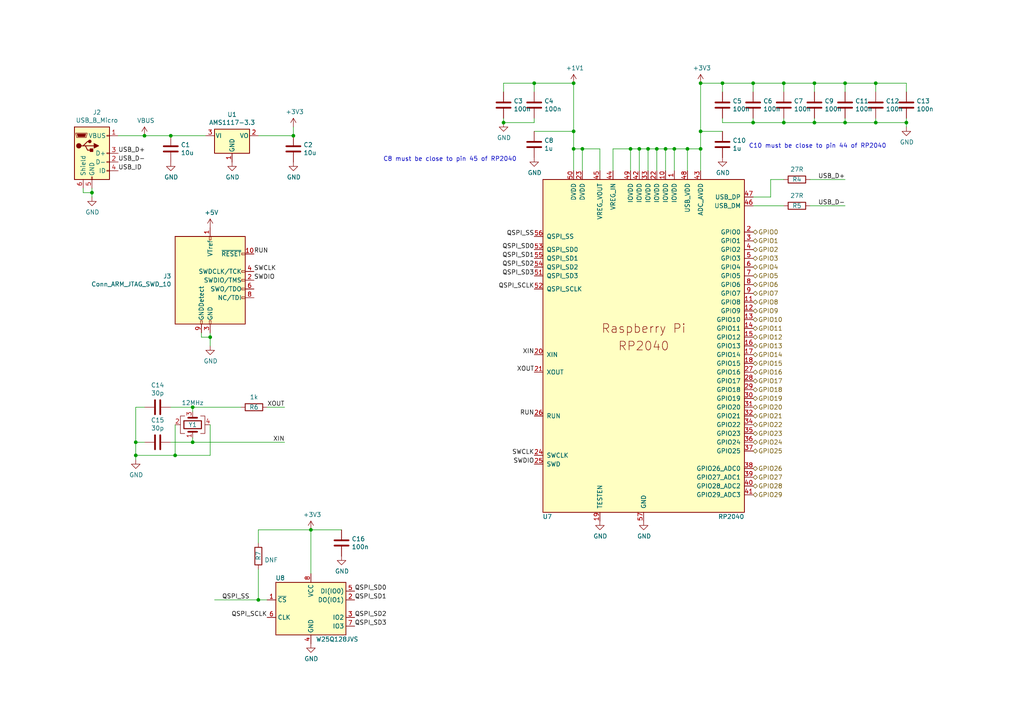
<source format=kicad_sch>
(kicad_sch (version 20211123) (generator eeschema)
  (paper "A4")
  (title_block (title "RP2040 basic circuit") (company "James Churchill"))
  (lib_symbols
    (symbol "Connector:Conn_ARM_JTAG_SWD_10" (pin_names (offset 1.016))
      (property "Reference" "J" (at -2.54 16.51 0))
      (property "Value" "Conn_ARM_JTAG_SWD_10" (at -2.54 13.97 0))
      (symbol "Conn_ARM_JTAG_SWD_10_0_1"
        (rectangle (start -10.16 12.7) (end 10.16 -12.7) (stroke (width 0.254)) (fill (type background)))
        (rectangle (start -2.794 -12.7) (end -2.286 -11.684))
        (rectangle (start -0.254 -12.7) (end 0.254 -11.684))
        (rectangle (start -0.254 12.7) (end 0.254 11.684))
        (rectangle (start 9.144 2.286) (end 10.16 2.794))
        (rectangle (start 10.16 -2.794) (end 9.144 -2.286))
        (rectangle (start 10.16 -0.254) (end 9.144 0.254))
        (rectangle (start 10.16 7.874) (end 9.144 7.366))
      )
      (symbol "Conn_ARM_JTAG_SWD_10_1_1"
        (rectangle (start 9.144 -5.334) (end 10.16 -4.826))
        (pin power_in line (at 0 15.24 270) (length 2.54) (name "VTref") (number "1"))
        (pin open_collector line (at 12.7 7.62 180) (length 2.54) (name "~{RESET}") (number "10"))
        (pin bidirectional line (at 12.7 0 180) (length 2.54) (name "SWDIO/TMS") (number "2"))
        (pin power_in line (at 0 -15.24 90) (length 2.54) (name "GND") (number "3"))
        (pin output line (at 12.7 2.54 180) (length 2.54) (name "SWDCLK/TCK") (number "4"))
        (pin passive line (at 0 -15.24 90) (length 2.54) hide (name "GND") (number "5"))
        (pin input line (at 12.7 -2.54 180) (length 2.54) (name "SWO/TDO") (number "6"))
        (pin no_connect line (at -10.16 0 0) (length 2.54) hide (name "KEY") (number "7"))
        (pin output line (at 12.7 -5.08 180) (length 2.54) (name "NC/TDI") (number "8"))
        (pin passive line (at -2.54 -15.24 90) (length 2.54) (name "GNDDetect") (number "9"))
      )
    )
    (symbol "Connector:USB_B_Micro" (pin_names (offset 1.016))
      (property "Reference" "J" (at -5.08 11.43 0))
      (property "Value" "USB_B_Micro" (at -5.08 8.89 0))
      (symbol "USB_B_Micro_0_1"
        (rectangle (start -5.08 -7.62) (end 5.08 7.62) (stroke (width 0.254)) (fill (type background)))
        (circle (center -3.81 2.159) (radius 0.635) (stroke (width 0.254)) (fill (type outline)))
        (circle (center -0.635 3.429) (radius 0.381) (stroke (width 0.254)) (fill (type outline)))
        (rectangle (start -0.127 -7.62) (end 0.127 -6.858))
        (polyline (pts (xy -1.905 2.159) (xy 0.635 2.159)) (stroke (width 0.254)))
        (polyline (pts (xy -3.175 2.159) (xy -2.54 2.159) (xy -1.27 3.429) (xy -0.635 3.429)) (stroke (width 0.254)))
        (polyline (pts (xy -2.54 2.159) (xy -1.905 2.159) (xy -1.27 0.889) (xy 0 0.889)) (stroke (width 0.254)))
        (polyline (pts (xy 0.635 2.794) (xy 0.635 1.524) (xy 1.905 2.159) (xy 0.635 2.794)) (stroke (width 0.254)) (fill (type outline)))
        (polyline (pts (xy -4.318 5.588) (xy -1.778 5.588) (xy -2.032 4.826) (xy -4.064 4.826) (xy -4.318 5.588)) (fill (type outline)))
        (polyline (pts (xy -4.699 5.842) (xy -4.699 5.588) (xy -4.445 4.826) (xy -4.445 4.572) (xy -1.651 4.572) (xy -1.651 4.826) (xy -1.397 5.588) (xy -1.397 5.842) (xy -4.699 5.842)))
        (rectangle (start 0.254 1.27) (end -0.508 0.508) (stroke (width 0.254)) (fill (type outline)))
        (rectangle (start 5.08 -5.207) (end 4.318 -4.953))
        (rectangle (start 5.08 -2.667) (end 4.318 -2.413))
        (rectangle (start 5.08 -0.127) (end 4.318 0.127))
        (rectangle (start 5.08 4.953) (end 4.318 5.207))
      )
      (symbol "USB_B_Micro_1_1"
        (pin power_out line (at 7.62 5.08 180) (length 2.54) (name "VBUS") (number "1"))
        (pin bidirectional line (at 7.62 -2.54 180) (length 2.54) (name "D-") (number "2"))
        (pin bidirectional line (at 7.62 0 180) (length 2.54) (name "D+") (number "3"))
        (pin passive line (at 7.62 -5.08 180) (length 2.54) (name "ID") (number "4"))
        (pin power_out line (at 0 -10.16 90) (length 2.54) (name "GND") (number "5"))
        (pin passive line (at -2.54 -10.16 90) (length 2.54) (name "Shield") (number "6"))
      )
    )
    (symbol "Device:C" (pin_numbers hide) (pin_names (offset 0.254))
      (property "Reference" "C" (at 0.635 2.54 0))
      (property "Value" "C" (at 0.635 -2.54 0))
      (symbol "C_0_1"
        (polyline (pts (xy -2.032 -0.762) (xy 2.032 -0.762)) (stroke (width 0.508)))
        (polyline (pts (xy -2.032 0.762) (xy 2.032 0.762)) (stroke (width 0.508)))
      )
      (symbol "C_1_1"
        (pin passive line (at 0 3.81 270) (length 2.794) (name "~") (number "1"))
        (pin passive line (at 0 -3.81 90) (length 2.794) (name "~") (number "2"))
      )
    )
    (symbol "Device:Crystal_GND24" (pin_names (offset 1.016) hide)
      (property "Reference" "Y" (at 3.175 5.08 0))
      (property "Value" "Crystal_GND24" (at 3.175 3.175 0))
      (symbol "Crystal_GND24_0_1"
        (rectangle (start -1.143 2.54) (end 1.143 -2.54) (stroke (width 0.3048)))
        (polyline (pts (xy -2.54 0) (xy -2.032 0)))
        (polyline (pts (xy -2.032 -1.27) (xy -2.032 1.27)) (stroke (width 0.508)))
        (polyline (pts (xy 0 -3.81) (xy 0 -3.556)))
        (polyline (pts (xy 0 3.556) (xy 0 3.81)))
        (polyline (pts (xy 2.032 -1.27) (xy 2.032 1.27)) (stroke (width 0.508)))
        (polyline (pts (xy 2.032 0) (xy 2.54 0)))
        (polyline (pts (xy -2.54 -2.286) (xy -2.54 -3.556) (xy 2.54 -3.556) (xy 2.54 -2.286)))
        (polyline (pts (xy -2.54 2.286) (xy -2.54 3.556) (xy 2.54 3.556) (xy 2.54 2.286)))
      )
      (symbol "Crystal_GND24_1_1"
        (pin passive line (at -3.81 0 0) (length 1.27) (name "1") (number "1"))
        (pin passive line (at 0 5.08 270) (length 1.27) (name "2") (number "2"))
        (pin passive line (at 3.81 0 180) (length 1.27) (name "3") (number "3"))
        (pin passive line (at 0 -5.08 90) (length 1.27) (name "4") (number "4"))
      )
    )
    (symbol "Device:R" (pin_numbers hide) (pin_names (offset 0))
      (property "Reference" "R" (at 2.032 0 90))
      (property "Value" "R" (at 0 0 90))
      (symbol "R_0_1"
        (rectangle (start -1.016 -2.54) (end 1.016 2.54) (stroke (width 0.254)))
      )
      (symbol "R_1_1"
        (pin passive line (at 0 3.81 270) (length 1.27) (name "~") (number "1"))
        (pin passive line (at 0 -3.81 90) (length 1.27) (name "~") (number "2"))
      )
    )
    (symbol "MCU_RaspberryPi_RP2040:RP2040" (pin_names (offset 1.016))
      (property "Reference" "U" (at -29.21 49.53 0))
      (property "Value" "RP2040" (at 24.13 -49.53 0))
      (symbol "RP2040_0_0"
        (text "Raspberry Pi" (at 0 5.08 0) (effects (font (size 2.54 2.54))))
        (text "RP2040" (at 0 0 0) (effects (font (size 2.54 2.54))))
      )
      (symbol "RP2040_0_1"
        (rectangle (start 29.21 48.26) (end -29.21 -48.26) (stroke (width 0.254)) (fill (type background)))
      )
      (symbol "RP2040_1_1"
        (pin power_in line (at 8.89 50.8 270) (length 2.54) (name "IOVDD") (number "1"))
        (pin power_in line (at 6.35 50.8 270) (length 2.54) (name "IOVDD") (number "10"))
        (pin bidirectional line (at 31.75 12.7 180) (length 2.54) (name "GPIO8") (number "11"))
        (pin bidirectional line (at 31.75 10.16 180) (length 2.54) (name "GPIO9") (number "12"))
        (pin bidirectional line (at 31.75 7.62 180) (length 2.54) (name "GPIO10") (number "13"))
        (pin bidirectional line (at 31.75 5.08 180) (length 2.54) (name "GPIO11") (number "14"))
        (pin bidirectional line (at 31.75 2.54 180) (length 2.54) (name "GPIO12") (number "15"))
        (pin bidirectional line (at 31.75 0 180) (length 2.54) (name "GPIO13") (number "16"))
        (pin bidirectional line (at 31.75 -2.54 180) (length 2.54) (name "GPIO14") (number "17"))
        (pin bidirectional line (at 31.75 -5.08 180) (length 2.54) (name "GPIO15") (number "18"))
        (pin passive line (at -12.7 -50.8 90) (length 2.54) (name "TESTEN") (number "19"))
        (pin bidirectional line (at 31.75 33.02 180) (length 2.54) (name "GPIO0") (number "2"))
        (pin input line (at -31.75 -2.54 0) (length 2.54) (name "XIN") (number "20"))
        (pin passive line (at -31.75 -7.62 0) (length 2.54) (name "XOUT") (number "21"))
        (pin power_in line (at 3.81 50.8 270) (length 2.54) (name "IOVDD") (number "22"))
        (pin power_in line (at -17.78 50.8 270) (length 2.54) (name "DVDD") (number "23"))
        (pin output line (at -31.75 -31.75 0) (length 2.54) (name "SWCLK") (number "24"))
        (pin bidirectional line (at -31.75 -34.29 0) (length 2.54) (name "SWD") (number "25"))
        (pin input line (at -31.75 -20.32 0) (length 2.54) (name "RUN") (number "26"))
        (pin bidirectional line (at 31.75 -7.62 180) (length 2.54) (name "GPIO16") (number "27"))
        (pin bidirectional line (at 31.75 -10.16 180) (length 2.54) (name "GPIO17") (number "28"))
        (pin bidirectional line (at 31.75 -12.7 180) (length 2.54) (name "GPIO18") (number "29"))
        (pin bidirectional line (at 31.75 30.48 180) (length 2.54) (name "GPIO1") (number "3"))
        (pin bidirectional line (at 31.75 -15.24 180) (length 2.54) (name "GPIO19") (number "30"))
        (pin bidirectional line (at 31.75 -17.78 180) (length 2.54) (name "GPIO20") (number "31"))
        (pin bidirectional line (at 31.75 -20.32 180) (length 2.54) (name "GPIO21") (number "32"))
        (pin power_in line (at 1.27 50.8 270) (length 2.54) (name "IOVDD") (number "33"))
        (pin bidirectional line (at 31.75 -22.86 180) (length 2.54) (name "GPIO22") (number "34"))
        (pin bidirectional line (at 31.75 -25.4 180) (length 2.54) (name "GPIO23") (number "35"))
        (pin bidirectional line (at 31.75 -27.94 180) (length 2.54) (name "GPIO24") (number "36"))
        (pin bidirectional line (at 31.75 -30.48 180) (length 2.54) (name "GPIO25") (number "37"))
        (pin bidirectional line (at 31.75 -35.56 180) (length 2.54) (name "GPIO26_ADC0") (number "38"))
        (pin bidirectional line (at 31.75 -38.1 180) (length 2.54) (name "GPIO27_ADC1") (number "39"))
        (pin bidirectional line (at 31.75 27.94 180) (length 2.54) (name "GPIO2") (number "4"))
        (pin bidirectional line (at 31.75 -40.64 180) (length 2.54) (name "GPIO28_ADC2") (number "40"))
        (pin bidirectional line (at 31.75 -43.18 180) (length 2.54) (name "GPIO29_ADC3") (number "41"))
        (pin power_in line (at -1.27 50.8 270) (length 2.54) (name "IOVDD") (number "42"))
        (pin power_in line (at 16.51 50.8 270) (length 2.54) (name "ADC_AVDD") (number "43"))
        (pin power_in line (at -8.89 50.8 270) (length 2.54) (name "VREG_IN") (number "44"))
        (pin power_out line (at -12.7 50.8 270) (length 2.54) (name "VREG_VOUT") (number "45"))
        (pin bidirectional line (at 31.75 40.64 180) (length 2.54) (name "USB_DM") (number "46"))
        (pin bidirectional line (at 31.75 43.18 180) (length 2.54) (name "USB_DP") (number "47"))
        (pin power_in line (at 12.7 50.8 270) (length 2.54) (name "USB_VDD") (number "48"))
        (pin power_in line (at -3.81 50.8 270) (length 2.54) (name "IOVDD") (number "49"))
        (pin bidirectional line (at 31.75 25.4 180) (length 2.54) (name "GPIO3") (number "5"))
        (pin power_in line (at -20.32 50.8 270) (length 2.54) (name "DVDD") (number "50"))
        (pin bidirectional line (at -31.75 20.32 0) (length 2.54) (name "QSPI_SD3") (number "51"))
        (pin output line (at -31.75 16.51 0) (length 2.54) (name "QSPI_SCLK") (number "52"))
        (pin bidirectional line (at -31.75 27.94 0) (length 2.54) (name "QSPI_SD0") (number "53"))
        (pin bidirectional line (at -31.75 22.86 0) (length 2.54) (name "QSPI_SD2") (number "54"))
        (pin bidirectional line (at -31.75 25.4 0) (length 2.54) (name "QSPI_SD1") (number "55"))
        (pin bidirectional line (at -31.75 31.75 0) (length 2.54) (name "QSPI_SS") (number "56"))
        (pin power_in line (at 0 -50.8 90) (length 2.54) (name "GND") (number "57"))
        (pin bidirectional line (at 31.75 22.86 180) (length 2.54) (name "GPIO4") (number "6"))
        (pin bidirectional line (at 31.75 20.32 180) (length 2.54) (name "GPIO5") (number "7"))
        (pin bidirectional line (at 31.75 17.78 180) (length 2.54) (name "GPIO6") (number "8"))
        (pin bidirectional line (at 31.75 15.24 180) (length 2.54) (name "GPIO7") (number "9"))
      )
    )
    (symbol "Memory_Flash:W25Q128JVS"
      (property "Reference" "U" (at -8.89 8.89 0))
      (property "Value" "W25Q128JVS" (at 7.62 8.89 0))
      (symbol "W25Q128JVS_0_1"
        (rectangle (start -10.16 7.62) (end 10.16 -7.62) (stroke (width 0.254)) (fill (type background)))
      )
      (symbol "W25Q128JVS_1_1"
        (pin input line (at -12.7 2.54 0) (length 2.54) (name "~{CS}") (number "1"))
        (pin bidirectional line (at 12.7 2.54 180) (length 2.54) (name "DO(IO1)") (number "2"))
        (pin bidirectional line (at 12.7 -2.54 180) (length 2.54) (name "IO2") (number "3"))
        (pin power_in line (at 0 -10.16 90) (length 2.54) (name "GND") (number "4"))
        (pin bidirectional line (at 12.7 5.08 180) (length 2.54) (name "DI(IO0)") (number "5"))
        (pin input line (at -12.7 -2.54 0) (length 2.54) (name "CLK") (number "6"))
        (pin bidirectional line (at 12.7 -5.08 180) (length 2.54) (name "IO3") (number "7"))
        (pin power_in line (at 0 10.16 270) (length 2.54) (name "VCC") (number "8"))
      )
    )
    (symbol "Regulator_Linear:NCP1117-3.3_SOT223" (pin_names (offset 0.254))
      (property "Reference" "U" (at -3.81 3.175 0))
      (property "Value" "NCP1117-3.3_SOT223" (at 0 3.175 0))
      (symbol "NCP1117-3.3_SOT223_0_1"
        (rectangle (start -5.08 -5.08) (end 5.08 1.905) (stroke (width 0.254)) (fill (type background)))
      )
      (symbol "NCP1117-3.3_SOT223_1_1"
        (pin power_in line (at 0 -7.62 90) (length 2.54) (name "GND") (number "1"))
        (pin power_out line (at 7.62 0 180) (length 2.54) (name "VO") (number "2"))
        (pin power_in line (at -7.62 0 0) (length 2.54) (name "VI") (number "3"))
      )
    )
    (symbol "power:+1V1" (power) (pin_names (offset 0))
      (property "Value" "+1V1" (at 0 3.556 0))
      (symbol "+1V1_0_1"
        (polyline (pts (xy -0.762 1.27) (xy 0 2.54)))
        (polyline (pts (xy 0 0) (xy 0 2.54)))
        (polyline (pts (xy 0 2.54) (xy 0.762 1.27)))
      )
      (symbol "+1V1_1_1"
        (pin power_in line (at 0 0 90) (length 0) hide (name "+1V1") (number "1"))
      )
    )
    (symbol "power:+3V3" (power) (pin_names (offset 0))
      (property "Value" "+3V3" (at 0 3.556 0))
      (symbol "+3V3_0_1"
        (polyline (pts (xy -0.762 1.27) (xy 0 2.54)))
        (polyline (pts (xy 0 0) (xy 0 2.54)))
        (polyline (pts (xy 0 2.54) (xy 0.762 1.27)))
      )
      (symbol "+3V3_1_1"
        (pin power_in line (at 0 0 90) (length 0) hide (name "+3V3") (number "1"))
      )
    )
    (symbol "power:+5V" (power) (pin_names (offset 0))
      (property "Value" "+5V" (at 0 3.556 0))
      (symbol "+5V_0_1"
        (polyline (pts (xy -0.762 1.27) (xy 0 2.54)))
        (polyline (pts (xy 0 0) (xy 0 2.54)))
        (polyline (pts (xy 0 2.54) (xy 0.762 1.27)))
      )
      (symbol "+5V_1_1"
        (pin power_in line (at 0 0 90) (length 0) hide (name "+5V") (number "1"))
      )
    )
    (symbol "power:GND" (power) (pin_names (offset 0))
      (property "Value" "GND" (at 0 -3.81 0))
      (symbol "GND_0_1"
        (polyline (pts (xy 0 0) (xy 0 -1.27) (xy 1.27 -1.27) (xy 0 -2.54) (xy -1.27 -1.27) (xy 0 -1.27)))
      )
      (symbol "GND_1_1"
        (pin power_in line (at 0 0 270) (length 0) hide (name "GND") (number "1"))
      )
    )
    (symbol "power:VBUS" (power) (pin_names (offset 0))
      (property "Value" "VBUS" (at 0 3.81 0))
      (symbol "VBUS_0_1"
        (polyline (pts (xy -0.762 1.27) (xy 0 2.54)))
        (polyline (pts (xy 0 0) (xy 0 2.54)))
        (polyline (pts (xy 0 2.54) (xy 0.762 1.27)))
      )
      (symbol "VBUS_1_1"
        (pin power_in line (at 0 0 90) (length 0) hide (name "VBUS") (number "1"))
      )
    )
  )
  (junction (at 90.17 153.67))
  (junction (at 182.88 43.18))
  (junction (at 236.22 24.13))
  (junction (at 199.39 43.18))
  (junction (at 218.44 35.56))
  (junction (at 218.44 24.13))
  (junction (at 55.88 128.27))
  (junction (at 166.37 38.1))
  (junction (at 39.37 128.27))
  (junction (at 26.67 55.88))
  (junction (at 85.09 39.37))
  (junction (at 60.96 97.79))
  (junction (at 193.04 43.18))
  (junction (at 39.37 132.08))
  (junction (at 227.33 35.56))
  (junction (at 262.89 35.56))
  (junction (at 187.96 43.18))
  (junction (at 168.91 43.18))
  (junction (at 254 24.13))
  (junction (at 41.91 39.37))
  (junction (at 245.11 24.13))
  (junction (at 185.42 43.18))
  (junction (at 203.2 43.18))
  (junction (at 166.37 24.13))
  (junction (at 245.11 35.56))
  (junction (at 190.5 43.18))
  (junction (at 227.33 24.13))
  (junction (at 146.05 35.56))
  (junction (at 49.53 39.37))
  (junction (at 166.37 43.18))
  (junction (at 203.2 38.1))
  (junction (at 74.93 173.99))
  (junction (at 154.94 24.13))
  (junction (at 236.22 35.56))
  (junction (at 195.58 43.18))
  (junction (at 203.2 24.13))
  (junction (at 254 35.56))
  (junction (at 50.8 132.08))
  (junction (at 209.55 24.13))
  (junction (at 55.88 118.11))
  (wire (pts (xy 209.55 35.56) (xy 209.55 34.29)))
  (wire (pts (xy 227.33 34.29) (xy 227.33 35.56)))
  (wire (pts (xy 209.55 24.13) (xy 209.55 26.67)))
  (wire (pts (xy 59.69 39.37) (xy 49.53 39.37)))
  (wire (pts (xy 85.09 36.83) (xy 85.09 39.37)))
  (wire (pts (xy 173.99 43.18) (xy 168.91 43.18)))
  (wire (pts (xy 236.22 34.29) (xy 236.22 35.56)))
  (wire (pts (xy 203.2 43.18) (xy 203.2 49.53)))
  (wire (pts (xy 26.67 57.15) (xy 26.67 55.88)))
  (wire (pts (xy 74.93 165.1) (xy 74.93 173.99)))
  (wire (pts (xy 41.91 128.27) (xy 39.37 128.27)))
  (wire (pts (xy 245.11 24.13) (xy 245.11 26.67)))
  (wire (pts (xy 199.39 43.18) (xy 199.39 49.53)))
  (wire (pts (xy 154.94 35.56) (xy 154.94 34.29)))
  (wire (pts (xy 262.89 36.83) (xy 262.89 35.56)))
  (wire (pts (xy 236.22 35.56) (xy 227.33 35.56)))
  (wire (pts (xy 236.22 24.13) (xy 227.33 24.13)))
  (wire (pts (xy 173.99 49.53) (xy 173.99 43.18)))
  (wire (pts (xy 182.88 43.18) (xy 182.88 49.53)))
  (wire (pts (xy 60.96 100.33) (xy 60.96 97.79)))
  (wire (pts (xy 50.8 132.08) (xy 39.37 132.08)))
  (wire (pts (xy 193.04 43.18) (xy 195.58 43.18)))
  (wire (pts (xy 24.13 55.88) (xy 26.67 55.88)))
  (wire (pts (xy 195.58 43.18) (xy 195.58 49.53)))
  (wire (pts (xy 177.8 49.53) (xy 177.8 43.18)))
  (wire (pts (xy 146.05 34.29) (xy 146.05 35.56)))
  (wire (pts (xy 218.44 24.13) (xy 218.44 26.67)))
  (wire (pts (xy 203.2 43.18) (xy 203.2 38.1)))
  (wire (pts (xy 223.52 57.15) (xy 223.52 52.07)))
  (wire (pts (xy 218.44 35.56) (xy 209.55 35.56)))
  (wire (pts (xy 254 35.56) (xy 245.11 35.56)))
  (wire (pts (xy 60.96 132.08) (xy 50.8 132.08)))
  (wire (pts (xy 190.5 43.18) (xy 190.5 49.53)))
  (wire (pts (xy 218.44 34.29) (xy 218.44 35.56)))
  (wire (pts (xy 245.11 24.13) (xy 236.22 24.13)))
  (wire (pts (xy 223.52 52.07) (xy 227.33 52.07)))
  (wire (pts (xy 227.33 35.56) (xy 218.44 35.56)))
  (wire (pts (xy 39.37 128.27) (xy 39.37 118.11)))
  (wire (pts (xy 262.89 26.67) (xy 262.89 24.13)))
  (wire (pts (xy 168.91 49.53) (xy 168.91 43.18)))
  (wire (pts (xy 234.95 59.69) (xy 245.11 59.69)))
  (wire (pts (xy 218.44 57.15) (xy 223.52 57.15)))
  (wire (pts (xy 39.37 132.08) (xy 39.37 128.27)))
  (wire (pts (xy 182.88 43.18) (xy 185.42 43.18)))
  (wire (pts (xy 55.88 128.27) (xy 49.53 128.27)))
  (wire (pts (xy 50.8 123.19) (xy 50.8 132.08)))
  (wire (pts (xy 262.89 35.56) (xy 254 35.56)))
  (wire (pts (xy 166.37 38.1) (xy 154.94 38.1)))
  (wire (pts (xy 39.37 133.35) (xy 39.37 132.08)))
  (wire (pts (xy 99.06 153.67) (xy 90.17 153.67)))
  (wire (pts (xy 236.22 24.13) (xy 236.22 26.67)))
  (wire (pts (xy 154.94 24.13) (xy 146.05 24.13)))
  (wire (pts (xy 254 24.13) (xy 254 26.67)))
  (wire (pts (xy 90.17 153.67) (xy 74.93 153.67)))
  (wire (pts (xy 190.5 43.18) (xy 193.04 43.18)))
  (wire (pts (xy 218.44 59.69) (xy 227.33 59.69)))
  (wire (pts (xy 168.91 43.18) (xy 166.37 43.18)))
  (wire (pts (xy 187.96 43.18) (xy 190.5 43.18)))
  (wire (pts (xy 77.47 118.11) (xy 82.55 118.11)))
  (wire (pts (xy 154.94 24.13) (xy 154.94 26.67)))
  (wire (pts (xy 227.33 24.13) (xy 227.33 26.67)))
  (wire (pts (xy 74.93 173.99) (xy 62.23 173.99)))
  (wire (pts (xy 245.11 34.29) (xy 245.11 35.56)))
  (wire (pts (xy 227.33 24.13) (xy 218.44 24.13)))
  (wire (pts (xy 262.89 35.56) (xy 262.89 34.29)))
  (wire (pts (xy 55.88 118.11) (xy 49.53 118.11)))
  (wire (pts (xy 39.37 118.11) (xy 41.91 118.11)))
  (wire (pts (xy 166.37 43.18) (xy 166.37 49.53)))
  (wire (pts (xy 166.37 24.13) (xy 154.94 24.13)))
  (wire (pts (xy 254 34.29) (xy 254 35.56)))
  (wire (pts (xy 218.44 24.13) (xy 209.55 24.13)))
  (wire (pts (xy 195.58 43.18) (xy 199.39 43.18)))
  (wire (pts (xy 49.53 39.37) (xy 41.91 39.37)))
  (wire (pts (xy 55.88 119.38) (xy 55.88 118.11)))
  (wire (pts (xy 60.96 97.79) (xy 60.96 96.52)))
  (wire (pts (xy 245.11 35.56) (xy 236.22 35.56)))
  (wire (pts (xy 26.67 55.88) (xy 26.67 54.61)))
  (wire (pts (xy 166.37 43.18) (xy 166.37 38.1)))
  (wire (pts (xy 234.95 52.07) (xy 245.11 52.07)))
  (wire (pts (xy 262.89 24.13) (xy 254 24.13)))
  (wire (pts (xy 203.2 38.1) (xy 209.55 38.1)))
  (wire (pts (xy 55.88 127) (xy 55.88 128.27)))
  (wire (pts (xy 24.13 54.61) (xy 24.13 55.88)))
  (wire (pts (xy 74.93 153.67) (xy 74.93 157.48)))
  (wire (pts (xy 77.47 173.99) (xy 74.93 173.99)))
  (wire (pts (xy 55.88 128.27) (xy 82.55 128.27)))
  (wire (pts (xy 58.42 97.79) (xy 60.96 97.79)))
  (wire (pts (xy 193.04 43.18) (xy 193.04 49.53)))
  (wire (pts (xy 146.05 35.56) (xy 154.94 35.56)))
  (wire (pts (xy 90.17 153.67) (xy 90.17 166.37)))
  (wire (pts (xy 55.88 118.11) (xy 69.85 118.11)))
  (wire (pts (xy 177.8 43.18) (xy 182.88 43.18)))
  (wire (pts (xy 60.96 123.19) (xy 60.96 132.08)))
  (wire (pts (xy 185.42 43.18) (xy 187.96 43.18)))
  (wire (pts (xy 146.05 24.13) (xy 146.05 26.67)))
  (wire (pts (xy 85.09 39.37) (xy 74.93 39.37)))
  (wire (pts (xy 187.96 43.18) (xy 187.96 49.53)))
  (wire (pts (xy 209.55 24.13) (xy 203.2 24.13)))
  (wire (pts (xy 203.2 24.13) (xy 203.2 38.1)))
  (wire (pts (xy 166.37 38.1) (xy 166.37 24.13)))
  (wire (pts (xy 41.91 39.37) (xy 34.29 39.37)))
  (wire (pts (xy 254 24.13) (xy 245.11 24.13)))
  (wire (pts (xy 199.39 43.18) (xy 203.2 43.18)))
  (wire (pts (xy 58.42 96.52) (xy 58.42 97.79)))
  (wire (pts (xy 185.42 43.18) (xy 185.42 49.53)))
  (text "C8 must be close to pin 45 of RP2040" (at 149.86 46.99 180) (effects (font (size 1.27 1.27)) (justify right bottom)))
  (text "C10 must be close to pin 44 of RP2040" (at 217.17 43.18 0) (effects (font (size 1.27 1.27)) (justify left bottom)))
  (label "QSPI_SCLK" (at 77.47 179.07 180))
  (label "QSPI_SD3" (at 154.94 80.01 180))
  (label "QSPI_SS" (at 154.94 68.58 180))
  (label "XOUT" (at 82.55 118.11 180))
  (label "SWDIO" (at 154.94 134.62 180))
  (label "USB_D-" (at 34.29 46.99 0))
  (label "QSPI_SD0" (at 154.94 72.39 180))
  (label "USB_D+" (at 245.11 52.07 180))
  (label "RUN" (at 154.94 120.65 180))
  (label "XOUT" (at 154.94 107.95 180))
  (label "USB_D-" (at 245.11 59.69 180))
  (label "SWDIO" (at 73.66 81.28 0))
  (label "XIN" (at 82.55 128.27 180))
  (label "SWCLK" (at 154.94 132.08 180))
  (label "QSPI_SD3" (at 102.87 181.61 0))
  (label "QSPI_SCLK" (at 154.94 83.82 180))
  (label "USB_D+" (at 34.29 44.45 0))
  (label "SWCLK" (at 73.66 78.74 0))
  (label "QSPI_SD1" (at 154.94 74.93 180))
  (label "USB_ID" (at 34.29 49.53 0))
  (label "QSPI_SD2" (at 102.87 179.07 0))
  (label "QSPI_SD2" (at 154.94 77.47 180))
  (label "QSPI_SS" (at 72.39 173.99 180))
  (label "XIN" (at 154.94 102.87 180))
  (label "QSPI_SD1" (at 102.87 173.99 0))
  (label "QSPI_SD0" (at 102.87 171.45 0))
  (label "RUN" (at 73.66 73.66 0))
  (hierarchical_label "GPIO5" (shape tri_state) (at 218.44 80.01 0))
  (hierarchical_label "GPIO10" (shape tri_state) (at 218.44 92.71 0))
  (hierarchical_label "GPIO26" (shape tri_state) (at 218.44 135.89 0))
  (hierarchical_label "GPIO7" (shape tri_state) (at 218.44 85.09 0))
  (hierarchical_label "GPIO9" (shape tri_state) (at 218.44 90.17 0))
  (hierarchical_label "GPIO13" (shape tri_state) (at 218.44 100.33 0))
  (hierarchical_label "GPIO18" (shape tri_state) (at 218.44 113.03 0))
  (hierarchical_label "GPIO8" (shape tri_state) (at 218.44 87.63 0))
  (hierarchical_label "GPIO12" (shape tri_state) (at 218.44 97.79 0))
  (hierarchical_label "GPIO22" (shape tri_state) (at 218.44 123.19 0))
  (hierarchical_label "GPIO4" (shape tri_state) (at 218.44 77.47 0))
  (hierarchical_label "GPIO29" (shape tri_state) (at 218.44 143.51 0))
  (hierarchical_label "GPIO6" (shape tri_state) (at 218.44 82.55 0))
  (hierarchical_label "GPIO3" (shape tri_state) (at 218.44 74.93 0))
  (hierarchical_label "GPIO27" (shape tri_state) (at 218.44 138.43 0))
  (hierarchical_label "GPIO2" (shape tri_state) (at 218.44 72.39 0))
  (hierarchical_label "GPIO1" (shape tri_state) (at 218.44 69.85 0))
  (hierarchical_label "GPIO21" (shape tri_state) (at 218.44 120.65 0))
  (hierarchical_label "GPIO17" (shape tri_state) (at 218.44 110.49 0))
  (hierarchical_label "GPIO11" (shape tri_state) (at 218.44 95.25 0))
  (hierarchical_label "GPIO14" (shape tri_state) (at 218.44 102.87 0))
  (hierarchical_label "GPIO23" (shape tri_state) (at 218.44 125.73 0))
  (hierarchical_label "GPIO19" (shape tri_state) (at 218.44 115.57 0))
  (hierarchical_label "GPIO20" (shape tri_state) (at 218.44 118.11 0))
  (hierarchical_label "GPIO28" (shape tri_state) (at 218.44 140.97 0))
  (hierarchical_label "GPIO24" (shape tri_state) (at 218.44 128.27 0))
  (hierarchical_label "GPIO25" (shape tri_state) (at 218.44 130.81 0))
  (hierarchical_label "GPIO15" (shape tri_state) (at 218.44 105.41 0))
  (hierarchical_label "GPIO0" (shape tri_state) (at 218.44 67.31 0))
  (hierarchical_label "GPIO16" (shape tri_state) (at 218.44 107.95 0))
  (symbol (lib_id "MCU_RaspberryPi_RP2040:RP2040") (at 186.69 100.33 0) (unit 1)
    (property "Reference" "U7" (at 158.75 149.86 0))
    (property "Value" "RP2040" (at 212.09 149.86 0))
    (property "Footprint" "RP2040_minimal:RP2040-QFN-56" (effects hide))
    (property "Datasheet" "https://datasheets.raspberrypi.com/rp2040/hardware-design-with-rp2040.pdf" (effects hide))
    (property "LCSC" "C2040" (effects hide))
  )
  (symbol (lib_id "power:GND") (at 186.69 151.13 0) (unit 1)
    (property "Reference" "#PWR029" (effects hide))
    (property "Value" "GND" (at 186.817 155.5242 0))
  )
  (symbol (lib_id "Device:R") (at 231.14 52.07 270) (unit 1)
    (property "Reference" "R4" (at 231.14 52.07 90))
    (property "Value" "27R" (at 231.14 49.1236 90))
    (property "Footprint" "Resistor_SMD:R_0402_1005Metric" (effects hide))
    (property "Datasheet" "https://datasheet.lcsc.com/lcsc/2110252230_UNI-ROYAL-Uniroyal-Elec-0402WGJ0270TCE_C25156.pdf" (effects hide))
    (property "LCSC" "C25156" (effects hide))
  )
  (symbol (lib_id "Device:R") (at 231.14 59.69 90) (unit 1)
    (property "Reference" "R5" (at 231.14 59.69 90))
    (property "Value" "27R" (at 231.14 56.7436 90))
    (property "Footprint" "Resistor_SMD:R_0402_1005Metric" (effects hide))
    (property "Datasheet" "https://datasheet.lcsc.com/lcsc/2110252230_UNI-ROYAL-Uniroyal-Elec-0402WGJ0270TCE_C25156.pdf" (effects hide))
    (property "LCSC" "C25156" (effects hide))
  )
  (symbol (lib_id "Device:C") (at 209.55 41.91 0) (unit 1)
    (property "Reference" "C10" (at 212.471 40.7416 0) (effects (justify left)))
    (property "Value" "1u" (at 212.471 43.053 0) (effects (justify left)))
    (property "Footprint" "Capacitor_SMD:C_0402_1005Metric" (effects hide))
    (property "Datasheet" "https://datasheet.lcsc.com/lcsc/1810201530_Taiyo-Yuden-EMK105BJ105KV-F_C92755.pdf" (effects hide))
    (property "LCSC" "C92755" (effects hide))
  )
  (symbol (lib_id "power:GND") (at 209.55 45.72 0) (unit 1)
    (property "Reference" "#PWR031" (effects hide))
    (property "Value" "GND" (at 209.677 50.1142 0))
  )
  (symbol (lib_id "Device:C") (at 209.55 30.48 0) (unit 1)
    (property "Reference" "C5" (at 212.471 29.3116 0) (effects (justify left)))
    (property "Value" "100n" (at 212.471 31.623 0) (effects (justify left)))
    (property "Footprint" "Capacitor_SMD:C_0402_1005Metric" (effects hide))
    (property "Datasheet" "https://datasheet.lcsc.com/lcsc/1811081616_Murata-Electronics-GRM155R71E104KE14D_C77014.pdf" (effects hide))
    (property "LCSC" "C77014" (effects hide))
  )
  (symbol (lib_id "Device:C") (at 218.44 30.48 0) (unit 1)
    (property "Reference" "C6" (at 221.361 29.3116 0) (effects (justify left)))
    (property "Value" "100n" (at 221.361 31.623 0) (effects (justify left)))
    (property "Footprint" "Capacitor_SMD:C_0402_1005Metric" (effects hide))
    (property "Datasheet" "https://datasheet.lcsc.com/lcsc/1811081616_Murata-Electronics-GRM155R71E104KE14D_C77014.pdf" (effects hide))
    (property "LCSC" "C77014" (effects hide))
  )
  (symbol (lib_id "Device:C") (at 227.33 30.48 0) (unit 1)
    (property "Reference" "C7" (at 230.251 29.3116 0) (effects (justify left)))
    (property "Value" "100n" (at 230.251 31.623 0) (effects (justify left)))
    (property "Footprint" "Capacitor_SMD:C_0402_1005Metric" (effects hide))
    (property "Datasheet" "https://datasheet.lcsc.com/lcsc/1811081616_Murata-Electronics-GRM155R71E104KE14D_C77014.pdf" (effects hide))
    (property "LCSC" "C77014" (effects hide))
  )
  (symbol (lib_id "Device:C") (at 236.22 30.48 0) (unit 1)
    (property "Reference" "C9" (at 239.141 29.3116 0) (effects (justify left)))
    (property "Value" "100n" (at 239.141 31.623 0) (effects (justify left)))
    (property "Footprint" "Capacitor_SMD:C_0402_1005Metric" (effects hide))
    (property "Datasheet" "https://datasheet.lcsc.com/lcsc/1811081616_Murata-Electronics-GRM155R71E104KE14D_C77014.pdf" (effects hide))
    (property "LCSC" "C77014" (effects hide))
  )
  (symbol (lib_id "Device:C") (at 245.11 30.48 0) (unit 1)
    (property "Reference" "C11" (at 248.031 29.3116 0) (effects (justify left)))
    (property "Value" "100n" (at 248.031 31.623 0) (effects (justify left)))
    (property "Footprint" "Capacitor_SMD:C_0402_1005Metric" (effects hide))
    (property "Datasheet" "https://datasheet.lcsc.com/lcsc/1811081616_Murata-Electronics-GRM155R71E104KE14D_C77014.pdf" (effects hide))
    (property "LCSC" "C77014" (effects hide))
  )
  (symbol (lib_id "Device:C") (at 254 30.48 0) (unit 1)
    (property "Reference" "C12" (at 256.921 29.3116 0) (effects (justify left)))
    (property "Value" "100n" (at 256.921 31.623 0) (effects (justify left)))
    (property "Footprint" "Capacitor_SMD:C_0402_1005Metric" (effects hide))
    (property "Datasheet" "https://datasheet.lcsc.com/lcsc/1811081616_Murata-Electronics-GRM155R71E104KE14D_C77014.pdf" (effects hide))
    (property "LCSC" "C77014" (effects hide))
  )
  (symbol (lib_id "Device:C") (at 262.89 30.48 0) (unit 1)
    (property "Reference" "C13" (at 265.811 29.3116 0) (effects (justify left)))
    (property "Value" "100n" (at 265.811 31.623 0) (effects (justify left)))
    (property "Footprint" "Capacitor_SMD:C_0402_1005Metric" (effects hide))
    (property "Datasheet" "https://datasheet.lcsc.com/lcsc/1811081616_Murata-Electronics-GRM155R71E104KE14D_C77014.pdf" (effects hide))
    (property "LCSC" "C77014" (effects hide))
  )
  (symbol (lib_id "power:GND") (at 262.89 36.83 0) (unit 1)
    (property "Reference" "#PWR032" (effects hide))
    (property "Value" "GND" (at 263.017 41.2242 0))
  )
  (symbol (lib_id "power:GND") (at 173.99 151.13 0) (unit 1)
    (property "Reference" "#PWR028" (effects hide))
    (property "Value" "GND" (at 174.117 155.5242 0))
  )
  (symbol (lib_id "Device:C") (at 154.94 41.91 0) (unit 1)
    (property "Reference" "C8" (at 157.861 40.7416 0) (effects (justify left)))
    (property "Value" "1u" (at 157.861 43.053 0) (effects (justify left)))
    (property "Footprint" "Capacitor_SMD:C_0402_1005Metric" (effects hide))
    (property "Datasheet" "https://datasheet.lcsc.com/lcsc/1810201530_Taiyo-Yuden-EMK105BJ105KV-F_C92755.pdf" (effects hide))
    (property "LCSC" "C92755" (effects hide))
  )
  (symbol (lib_id "Device:C") (at 154.94 30.48 0) (unit 1)
    (property "Reference" "C4" (at 157.861 29.3116 0) (effects (justify left)))
    (property "Value" "100n" (at 157.861 31.623 0) (effects (justify left)))
    (property "Footprint" "Capacitor_SMD:C_0402_1005Metric" (effects hide))
    (property "Datasheet" "https://datasheet.lcsc.com/lcsc/1811081616_Murata-Electronics-GRM155R71E104KE14D_C77014.pdf" (effects hide))
    (property "LCSC" "C77014" (effects hide))
  )
  (symbol (lib_id "Device:C") (at 146.05 30.48 0) (unit 1)
    (property "Reference" "C3" (at 148.971 29.3116 0) (effects (justify left)))
    (property "Value" "100n" (at 148.971 31.623 0) (effects (justify left)))
    (property "Footprint" "Capacitor_SMD:C_0402_1005Metric" (effects hide))
    (property "Datasheet" "https://datasheet.lcsc.com/lcsc/1811081616_Murata-Electronics-GRM155R71E104KE14D_C77014.pdf" (effects hide))
    (property "LCSC" "C77014" (effects hide))
  )
  (symbol (lib_id "power:GND") (at 154.94 45.72 0) (unit 1)
    (property "Reference" "#PWR026" (effects hide))
    (property "Value" "GND" (at 155.067 50.1142 0))
  )
  (symbol (lib_id "power:GND") (at 146.05 35.56 0) (unit 1)
    (property "Reference" "#PWR025" (effects hide))
    (property "Value" "GND" (at 146.177 39.9542 0))
  )
  (symbol (lib_id "power:+1V1") (at 166.37 24.13 0) (unit 1)
    (property "Reference" "#PWR027" (effects hide))
    (property "Value" "+1V1" (at 166.751 19.7358 0))
  )
  (symbol (lib_id "Regulator_Linear:NCP1117-3.3_SOT223") (at 67.31 39.37 0) (unit 1)
    (property "Reference" "U1" (at 67.31 33.2232 0))
    (property "Value" "AMS1117-3.3" (at 67.31 35.5346 0))
    (property "Footprint" "Package_TO_SOT_SMD:SOT-223-3_TabPin2" (effects hide))
    (property "Datasheet" "https://datasheet.lcsc.com/lcsc/2202252030_Shenzhen-Fuman-Elec-AMS1117-3-3V_C173386.pdf" (effects hide))
    (property "LCSC" "C173386" (effects hide))
  )
  (symbol (lib_id "Device:C") (at 85.09 43.18 0) (unit 1)
    (property "Reference" "C2" (at 88.011 42.0116 0) (effects (justify left)))
    (property "Value" "10u" (at 88.011 44.323 0) (effects (justify left)))
    (property "Footprint" "Capacitor_SMD:C_0402_1005Metric" (effects hide))
    (property "Datasheet" "https://datasheet.lcsc.com/lcsc/1912111437_Taiyo-Yuden-LDK105CBJ106MVLF_C386033.pdf" (effects hide))
    (property "LCSC" "C386033" (effects hide))
  )
  (symbol (lib_id "Device:C") (at 49.53 43.18 0) (unit 1)
    (property "Reference" "C1" (at 52.451 42.0116 0) (effects (justify left)))
    (property "Value" "10u" (at 52.451 44.323 0) (effects (justify left)))
    (property "Footprint" "Capacitor_SMD:C_0402_1005Metric" (effects hide))
    (property "Datasheet" "https://datasheet.lcsc.com/lcsc/1912111437_Taiyo-Yuden-LDK105CBJ106MVLF_C386033.pdf" (effects hide))
    (property "LCSC" "C386033" (effects hide))
  )
  (symbol (lib_id "Connector:USB_B_Micro") (at 26.67 44.45 0) (unit 1)
    (property "Reference" "J2" (at 28.1178 32.5882 0))
    (property "Value" "USB_B_Micro" (at 28.1178 34.8996 0))
    (property "Footprint" "Connector_USB:USB_Micro-B_Amphenol_10103594-0001LF_Horizontal" (effects hide))
    (property "Datasheet" "https://datasheet.lcsc.com/lcsc/1811131824_MOLEX-475900001_C136001.pdf" (effects hide))
    (property "LCSC" "C136001" (effects hide))
  )
  (symbol (lib_id "power:GND") (at 26.67 57.15 0) (unit 1)
    (property "Reference" "#PWR09" (effects hide))
    (property "Value" "GND" (at 26.797 61.5442 0))
  )
  (symbol (lib_id "power:GND") (at 49.53 46.99 0) (unit 1)
    (property "Reference" "#PWR021" (effects hide))
    (property "Value" "GND" (at 49.657 51.3842 0))
  )
  (symbol (lib_id "power:GND") (at 67.31 46.99 0) (unit 1)
    (property "Reference" "#PWR022" (effects hide))
    (property "Value" "GND" (at 67.437 51.3842 0))
  )
  (symbol (lib_id "power:GND") (at 85.09 46.99 0) (unit 1)
    (property "Reference" "#PWR024" (effects hide))
    (property "Value" "GND" (at 85.217 51.3842 0))
  )
  (symbol (lib_id "power:VBUS") (at 41.91 39.37 0) (unit 1)
    (property "Reference" "#PWR020" (effects hide))
    (property "Value" "VBUS" (at 42.291 34.9758 0))
  )
  (symbol (lib_id "power:+3V3") (at 85.09 36.83 0) (unit 1)
    (property "Reference" "#PWR023" (effects hide))
    (property "Value" "+3V3" (at 85.471 32.4358 0))
  )
  (symbol (lib_id "Connector:Conn_ARM_JTAG_SWD_10") (at 60.96 81.28 0) (unit 1) (in_bom no) (on_board no)
    (property "Reference" "J3" (at 49.7078 80.1116 0) (effects (justify right)))
    (property "Value" "Conn_ARM_JTAG_SWD_10" (at 49.7078 82.423 0) (effects (justify right)))
    (property "Footprint" "Connector_PinHeader_1.27mm:PinHeader_2x05_P1.27mm_Vertical_SMD" (effects hide))
    (property "Datasheet" "http://infocenter.arm.com/help/topic/com.arm.doc.ddi0314h/DDI0314H_coresight_components_trm.pdf" (effects hide))
    (property "LCSC" "C150517" (effects hide))
  )
  (symbol (lib_id "power:GND") (at 60.96 100.33 0) (unit 1)
    (property "Reference" "#PWR0101" (effects hide))
    (property "Value" "GND" (at 61.087 104.7242 0))
  )
  (symbol (lib_id "power:+5V") (at 60.96 66.04 0) (unit 1)
    (property "Reference" "#PWR0106" (effects hide))
    (property "Value" "+5V" (at 61.341 61.6458 0))
  )
  (symbol (lib_id "power:+3V3") (at 203.2 24.13 0) (unit 1)
    (property "Reference" "#PWR0107" (effects hide))
    (property "Value" "+3V3" (at 203.581 19.7358 0))
  )
  (symbol (lib_id "Device:C") (at 45.72 118.11 270) (unit 1)
    (property "Reference" "C14" (at 45.72 111.7092 90))
    (property "Value" "30p" (at 45.72 114.0206 90))
    (property "Footprint" "Capacitor_SMD:C_0402_1005Metric" (effects hide))
    (property "Datasheet" "https://datasheet.lcsc.com/lcsc/2201242130_Murata-Electronics-GJM1555C1H300FB01D_C882565.pdf" (effects hide))
    (property "LCSC" "C882565" (effects hide))
  )
  (symbol (lib_id "Device:C") (at 45.72 128.27 270) (unit 1)
    (property "Reference" "C15" (at 45.72 121.8692 90))
    (property "Value" "30p" (at 45.72 124.1806 90))
    (property "Footprint" "Capacitor_SMD:C_0402_1005Metric" (effects hide))
    (property "Datasheet" "https://datasheet.lcsc.com/lcsc/2201242130_Murata-Electronics-GJM1555C1H300FB01D_C882565.pdf" (effects hide))
    (property "LCSC" "C882565" (effects hide))
  )
  (symbol (lib_id "power:GND") (at 39.37 133.35 0) (unit 1)
    (property "Reference" "#PWR0108" (effects hide))
    (property "Value" "GND" (at 39.497 137.7442 0))
  )
  (symbol (lib_id "Device:R") (at 73.66 118.11 270) (unit 1)
    (property "Reference" "R6" (at 73.66 118.11 90))
    (property "Value" "1k" (at 73.66 115.1636 90))
    (property "Footprint" "Resistor_SMD:R_0402_1005Metric" (effects hide))
    (property "Datasheet" "https://datasheet.lcsc.com/lcsc/2111020930_FOJAN-FRC0402F1001TS_C2906864.pdf" (effects hide))
    (property "LCSC" "C2906864" (effects hide))
  )
  (symbol (lib_id "Memory_Flash:W25Q128JVS") (at 90.17 176.53 0) (unit 1)
    (property "Reference" "U8" (at 81.28 167.64 0))
    (property "Value" "W25Q128JVS" (at 97.79 185.42 0))
    (property "Footprint" "Package_SO:SOIC-8W_5.3x5.3mm_P1.27mm" (effects hide))
    (property "Datasheet" "http://www.winbond.com/resource-files/w25q128jv_dtr%20revc%2003272018%20plus.pdf" (effects hide))
    (property "LCSC" "C113767" (effects hide))
  )
  (symbol (lib_id "power:GND") (at 90.17 186.69 0) (unit 1)
    (property "Reference" "#PWR0109" (effects hide))
    (property "Value" "GND" (at 90.297 191.0842 0))
  )
  (symbol (lib_id "Device:C") (at 99.06 157.48 0) (unit 1)
    (property "Reference" "C16" (at 101.981 156.3116 0) (effects (justify left)))
    (property "Value" "100n" (at 101.981 158.623 0) (effects (justify left)))
    (property "Footprint" "Capacitor_SMD:C_0402_1005Metric" (effects hide))
    (property "Datasheet" "https://datasheet.lcsc.com/lcsc/1811081616_Murata-Electronics-GRM155R71E104KE14D_C77014.pdf" (effects hide))
    (property "LCSC" "C77014" (effects hide))
  )
  (symbol (lib_id "power:GND") (at 99.06 161.29 0) (unit 1)
    (property "Reference" "#PWR0110" (effects hide))
    (property "Value" "GND" (at 99.187 165.6842 0))
  )
  (symbol (lib_id "power:+3V3") (at 90.17 153.67 0) (unit 1)
    (property "Reference" "#PWR0111" (effects hide))
    (property "Value" "+3V3" (at 90.551 149.2758 0))
  )
  (symbol (lib_id "Device:R") (at 74.93 161.29 0) (unit 1) (in_bom no) (on_board no)
    (property "Reference" "R7" (at 74.93 162.56 90) (effects (justify left)))
    (property "Value" "DNF" (at 76.708 162.433 0) (effects (justify left)))
    (property "Footprint" "Resistor_SMD:R_0402_1005Metric" (effects hide))
  )
  (symbol (lib_id "Device:Crystal_GND24") (at 55.88 123.19 90) (unit 1)
    (property "Reference" "Y1" (at 55.88 123.19 90))
    (property "Value" "12MHz" (at 55.88 116.84 90))
    (property "Footprint" "Crystal:Crystal_SMD_3225-4Pin_3.2x2.5mm" (effects hide))
    (property "Datasheet" "https://datasheet.lcsc.com/lcsc/2103291203_Yangxing-Tech-X322512MSB4SI_C9002.pdf" (effects hide))
    (property "LCSC" "C9002" (effects hide))
  )
)
</source>
